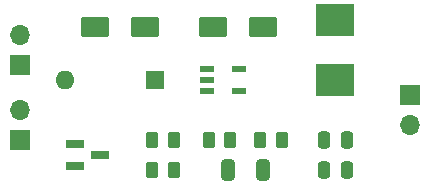
<source format=gbr>
%TF.GenerationSoftware,KiCad,Pcbnew,8.0.6*%
%TF.CreationDate,2025-06-18T20:25:26+05:30*%
%TF.ProjectId,Tiny Solar Suppy,54696e79-2053-46f6-9c61-722053757070,rev?*%
%TF.SameCoordinates,Original*%
%TF.FileFunction,Soldermask,Top*%
%TF.FilePolarity,Negative*%
%FSLAX46Y46*%
G04 Gerber Fmt 4.6, Leading zero omitted, Abs format (unit mm)*
G04 Created by KiCad (PCBNEW 8.0.6) date 2025-06-18 20:25:26*
%MOMM*%
%LPD*%
G01*
G04 APERTURE LIST*
G04 Aperture macros list*
%AMRoundRect*
0 Rectangle with rounded corners*
0 $1 Rounding radius*
0 $2 $3 $4 $5 $6 $7 $8 $9 X,Y pos of 4 corners*
0 Add a 4 corners polygon primitive as box body*
4,1,4,$2,$3,$4,$5,$6,$7,$8,$9,$2,$3,0*
0 Add four circle primitives for the rounded corners*
1,1,$1+$1,$2,$3*
1,1,$1+$1,$4,$5*
1,1,$1+$1,$6,$7*
1,1,$1+$1,$8,$9*
0 Add four rect primitives between the rounded corners*
20,1,$1+$1,$2,$3,$4,$5,0*
20,1,$1+$1,$4,$5,$6,$7,0*
20,1,$1+$1,$6,$7,$8,$9,0*
20,1,$1+$1,$8,$9,$2,$3,0*%
G04 Aperture macros list end*
%ADD10R,1.600000X1.600000*%
%ADD11O,1.600000X1.600000*%
%ADD12R,1.700000X1.700000*%
%ADD13O,1.700000X1.700000*%
%ADD14R,1.181100X0.558800*%
%ADD15RoundRect,0.250000X-0.262500X-0.450000X0.262500X-0.450000X0.262500X0.450000X-0.262500X0.450000X0*%
%ADD16RoundRect,0.250000X0.262500X0.450000X-0.262500X0.450000X-0.262500X-0.450000X0.262500X-0.450000X0*%
%ADD17RoundRect,0.070000X-0.650000X-0.300000X0.650000X-0.300000X0.650000X0.300000X-0.650000X0.300000X0*%
%ADD18R,3.302000X2.667000*%
%ADD19RoundRect,0.102000X1.060000X0.750000X-1.060000X0.750000X-1.060000X-0.750000X1.060000X-0.750000X0*%
%ADD20RoundRect,0.250000X-0.250000X-0.475000X0.250000X-0.475000X0.250000X0.475000X-0.250000X0.475000X0*%
%ADD21RoundRect,0.250000X0.325000X0.650000X-0.325000X0.650000X-0.325000X-0.650000X0.325000X-0.650000X0*%
%ADD22RoundRect,0.250000X0.250000X0.475000X-0.250000X0.475000X-0.250000X-0.475000X0.250000X-0.475000X0*%
G04 APERTURE END LIST*
D10*
%TO.C,J3*%
X71745000Y-98425000D03*
D11*
X64125000Y-98425000D03*
%TD*%
D12*
%TO.C,J1*%
X93345000Y-99695000D03*
D13*
X93345000Y-102235000D03*
%TD*%
D12*
%TO.C,J2*%
X60325000Y-103505000D03*
D13*
X60325000Y-100965000D03*
%TD*%
D14*
%TO.C,U1*%
X76104750Y-97474999D03*
X76104750Y-98425000D03*
X76104750Y-99375001D03*
X78835250Y-99375001D03*
X78835250Y-97474999D03*
%TD*%
D15*
%TO.C,R4*%
X71477500Y-106045000D03*
X73302500Y-106045000D03*
%TD*%
D16*
%TO.C,R3*%
X73302500Y-103505000D03*
X71477500Y-103505000D03*
%TD*%
D15*
%TO.C,R2*%
X78105000Y-103505000D03*
X76280000Y-103505000D03*
%TD*%
D16*
%TO.C,R1*%
X80645000Y-103505000D03*
X82470000Y-103505000D03*
%TD*%
D17*
%TO.C,Q1*%
X67090000Y-104775000D03*
X64990000Y-105725000D03*
X64990000Y-103825000D03*
%TD*%
D18*
%TO.C,L1*%
X86995000Y-93319600D03*
X86995000Y-98450400D03*
%TD*%
D12*
%TO.C,J4*%
X60325000Y-97160000D03*
D13*
X60325000Y-94620000D03*
%TD*%
D19*
%TO.C,D2*%
X70905000Y-93980000D03*
X66675000Y-93980000D03*
%TD*%
%TO.C,D1*%
X80855000Y-93980000D03*
X76625000Y-93980000D03*
%TD*%
D20*
%TO.C,C3*%
X86045000Y-106045000D03*
X87945000Y-106045000D03*
%TD*%
D21*
%TO.C,C2*%
X80850000Y-106045000D03*
X77900000Y-106045000D03*
%TD*%
D22*
%TO.C,C1*%
X87945000Y-103535000D03*
X86045000Y-103535000D03*
%TD*%
M02*

</source>
